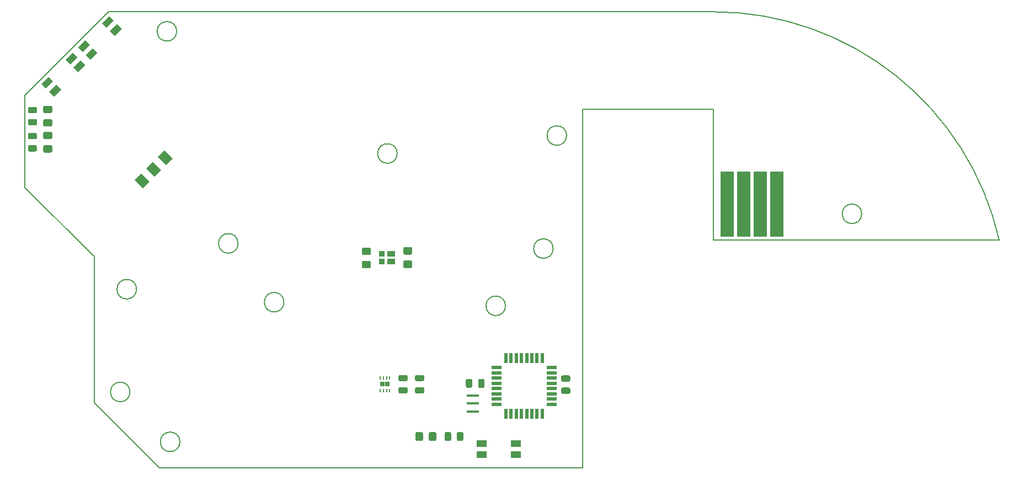
<source format=gbr>
%TF.GenerationSoftware,KiCad,Pcbnew,5.1.7+dfsg1-1~bpo10+1*%
%TF.CreationDate,2020-11-15T21:32:18+00:00*%
%TF.ProjectId,mobo,6d6f626f-2e6b-4696-9361-645f70636258,rev?*%
%TF.SameCoordinates,Original*%
%TF.FileFunction,Paste,Top*%
%TF.FilePolarity,Positive*%
%FSLAX45Y45*%
G04 Gerber Fmt 4.5, Leading zero omitted, Abs format (unit mm)*
G04 Created by KiCad (PCBNEW 5.1.7+dfsg1-1~bpo10+1) date 2020-11-15 21:32:18*
%MOMM*%
%LPD*%
G01*
G04 APERTURE LIST*
%TA.AperFunction,Profile*%
%ADD10C,0.200000*%
%TD*%
%ADD11C,0.150000*%
%ADD12R,1.600000X0.550000*%
%ADD13R,0.550000X1.600000*%
%ADD14R,0.950000X0.970000*%
%ADD15R,1.150000X0.970000*%
%ADD16R,0.950000X0.850000*%
%ADD17R,1.150000X0.850000*%
%ADD18R,1.900000X0.400000*%
%ADD19R,2.000000X10.000000*%
%ADD20R,0.250000X0.500000*%
%ADD21R,0.650000X0.750000*%
%ADD22R,1.550000X1.000000*%
G04 APERTURE END LIST*
D10*
X10078686Y-16898000D02*
G75*
G03*
X10078686Y-16898000I-150000J0D01*
G01*
X9313000Y-16132314D02*
G75*
G03*
X9313000Y-16132314I-150000J0D01*
G01*
X18263000Y-11798000D02*
X16263000Y-11798000D01*
X18263000Y-13798000D02*
X18263000Y-11798000D01*
X10029424Y-10598000D02*
G75*
G03*
X10029424Y-10598000I-150000J0D01*
G01*
X20541427Y-13398000D02*
G75*
G03*
X20541427Y-13398000I-150000J0D01*
G01*
X8984826Y-10298000D02*
X18263000Y-10298000D01*
X7702340Y-11580485D02*
X8984826Y-10298000D01*
X10972211Y-13852451D02*
G75*
G03*
X10972211Y-13852451I-150000J0D01*
G01*
X15074964Y-14810514D02*
G75*
G03*
X15074964Y-14810514I-150000J0D01*
G01*
X11675420Y-14754866D02*
G75*
G03*
X11675420Y-14754866I-150000J0D01*
G01*
X16263000Y-17298000D02*
X9763000Y-17298000D01*
X16263000Y-11798000D02*
X16263000Y-17298000D01*
X13413000Y-12473000D02*
G75*
G03*
X13413000Y-12473000I-150000J0D01*
G01*
X9413000Y-14555359D02*
G75*
G03*
X9413000Y-14555359I-150000J0D01*
G01*
X7702340Y-12994699D02*
X7702340Y-11580485D01*
X8763000Y-14055359D02*
X7702340Y-12994699D01*
X15807333Y-13931598D02*
G75*
G03*
X15807333Y-13931598I-150000J0D01*
G01*
X8763000Y-16298000D02*
X8763000Y-14055359D01*
X9763000Y-17298000D02*
X8763000Y-16298000D01*
X22650482Y-13798000D02*
X18263000Y-13798000D01*
X18263000Y-10298000D02*
G75*
G02*
X22650482Y-13798000I0J-4500000D01*
G01*
X16013000Y-12198000D02*
G75*
G03*
X16013000Y-12198000I-150000J0D01*
G01*
G36*
G01*
X16045625Y-16162500D02*
X15954375Y-16162500D01*
G75*
G02*
X15930000Y-16138125I0J24375D01*
G01*
X15930000Y-16089375D01*
G75*
G02*
X15954375Y-16065000I24375J0D01*
G01*
X16045625Y-16065000D01*
G75*
G02*
X16070000Y-16089375I0J-24375D01*
G01*
X16070000Y-16138125D01*
G75*
G02*
X16045625Y-16162500I-24375J0D01*
G01*
G37*
G36*
G01*
X16045625Y-15975000D02*
X15954375Y-15975000D01*
G75*
G02*
X15930000Y-15950625I0J24375D01*
G01*
X15930000Y-15901875D01*
G75*
G02*
X15954375Y-15877500I24375J0D01*
G01*
X16045625Y-15877500D01*
G75*
G02*
X16070000Y-15901875I0J-24375D01*
G01*
X16070000Y-15950625D01*
G75*
G02*
X16045625Y-15975000I-24375J0D01*
G01*
G37*
D11*
G36*
X8555165Y-11044332D02*
G01*
X8625876Y-11115043D01*
X8516274Y-11224645D01*
X8445564Y-11153934D01*
X8555165Y-11044332D01*
G37*
G36*
X8183934Y-11415563D02*
G01*
X8254645Y-11486274D01*
X8145043Y-11595876D01*
X8074332Y-11525165D01*
X8183934Y-11415563D01*
G37*
G36*
X8063726Y-11295355D02*
G01*
X8134436Y-11366066D01*
X8024835Y-11475668D01*
X7954124Y-11404957D01*
X8063726Y-11295355D01*
G37*
G36*
X8434957Y-10924124D02*
G01*
X8505668Y-10994835D01*
X8396066Y-11104437D01*
X8325355Y-11033726D01*
X8434957Y-10924124D01*
G37*
G36*
G01*
X14565000Y-15954375D02*
X14565000Y-16045625D01*
G75*
G02*
X14540625Y-16070000I-24375J0D01*
G01*
X14491875Y-16070000D01*
G75*
G02*
X14467500Y-16045625I0J24375D01*
G01*
X14467500Y-15954375D01*
G75*
G02*
X14491875Y-15930000I24375J0D01*
G01*
X14540625Y-15930000D01*
G75*
G02*
X14565000Y-15954375I0J-24375D01*
G01*
G37*
G36*
G01*
X14752500Y-15954375D02*
X14752500Y-16045625D01*
G75*
G02*
X14728125Y-16070000I-24375J0D01*
G01*
X14679375Y-16070000D01*
G75*
G02*
X14655000Y-16045625I0J24375D01*
G01*
X14655000Y-15954375D01*
G75*
G02*
X14679375Y-15930000I24375J0D01*
G01*
X14728125Y-15930000D01*
G75*
G02*
X14752500Y-15954375I0J-24375D01*
G01*
G37*
G36*
G01*
X14330500Y-16861425D02*
X14330500Y-16770175D01*
G75*
G02*
X14354875Y-16745800I24375J0D01*
G01*
X14403625Y-16745800D01*
G75*
G02*
X14428000Y-16770175I0J-24375D01*
G01*
X14428000Y-16861425D01*
G75*
G02*
X14403625Y-16885800I-24375J0D01*
G01*
X14354875Y-16885800D01*
G75*
G02*
X14330500Y-16861425I0J24375D01*
G01*
G37*
G36*
G01*
X14143000Y-16861425D02*
X14143000Y-16770175D01*
G75*
G02*
X14167375Y-16745800I24375J0D01*
G01*
X14216125Y-16745800D01*
G75*
G02*
X14240500Y-16770175I0J-24375D01*
G01*
X14240500Y-16861425D01*
G75*
G02*
X14216125Y-16885800I-24375J0D01*
G01*
X14167375Y-16885800D01*
G75*
G02*
X14143000Y-16861425I0J24375D01*
G01*
G37*
G36*
G01*
X7863124Y-12042500D02*
X7771874Y-12042500D01*
G75*
G02*
X7747499Y-12018125I0J24375D01*
G01*
X7747499Y-11969375D01*
G75*
G02*
X7771874Y-11945000I24375J0D01*
G01*
X7863124Y-11945000D01*
G75*
G02*
X7887499Y-11969375I0J-24375D01*
G01*
X7887499Y-12018125D01*
G75*
G02*
X7863124Y-12042500I-24375J0D01*
G01*
G37*
G36*
G01*
X7863124Y-11855000D02*
X7771874Y-11855000D01*
G75*
G02*
X7747499Y-11830625I0J24375D01*
G01*
X7747499Y-11781875D01*
G75*
G02*
X7771874Y-11757500I24375J0D01*
G01*
X7863124Y-11757500D01*
G75*
G02*
X7887499Y-11781875I0J-24375D01*
G01*
X7887499Y-11830625D01*
G75*
G02*
X7863124Y-11855000I-24375J0D01*
G01*
G37*
G36*
G01*
X7861328Y-12255000D02*
X7770078Y-12255000D01*
G75*
G02*
X7745703Y-12230625I0J24375D01*
G01*
X7745703Y-12181875D01*
G75*
G02*
X7770078Y-12157500I24375J0D01*
G01*
X7861328Y-12157500D01*
G75*
G02*
X7885703Y-12181875I0J-24375D01*
G01*
X7885703Y-12230625D01*
G75*
G02*
X7861328Y-12255000I-24375J0D01*
G01*
G37*
G36*
G01*
X7861328Y-12442500D02*
X7770078Y-12442500D01*
G75*
G02*
X7745703Y-12418125I0J24375D01*
G01*
X7745703Y-12369375D01*
G75*
G02*
X7770078Y-12345000I24375J0D01*
G01*
X7861328Y-12345000D01*
G75*
G02*
X7885703Y-12369375I0J-24375D01*
G01*
X7885703Y-12418125D01*
G75*
G02*
X7861328Y-12442500I-24375J0D01*
G01*
G37*
G36*
G01*
X8095000Y-12060000D02*
X8005000Y-12060000D01*
G75*
G02*
X7980000Y-12035000I0J25000D01*
G01*
X7980000Y-11970000D01*
G75*
G02*
X8005000Y-11945000I25000J0D01*
G01*
X8095000Y-11945000D01*
G75*
G02*
X8120000Y-11970000I0J-25000D01*
G01*
X8120000Y-12035000D01*
G75*
G02*
X8095000Y-12060000I-25000J0D01*
G01*
G37*
G36*
G01*
X8095000Y-11855000D02*
X8005000Y-11855000D01*
G75*
G02*
X7980000Y-11830000I0J25000D01*
G01*
X7980000Y-11765000D01*
G75*
G02*
X8005000Y-11740000I25000J0D01*
G01*
X8095000Y-11740000D01*
G75*
G02*
X8120000Y-11765000I0J-25000D01*
G01*
X8120000Y-11830000D01*
G75*
G02*
X8095000Y-11855000I-25000J0D01*
G01*
G37*
G36*
G01*
X8095985Y-12255000D02*
X8005985Y-12255000D01*
G75*
G02*
X7980985Y-12230000I0J25000D01*
G01*
X7980985Y-12165000D01*
G75*
G02*
X8005985Y-12140000I25000J0D01*
G01*
X8095985Y-12140000D01*
G75*
G02*
X8120985Y-12165000I0J-25000D01*
G01*
X8120985Y-12230000D01*
G75*
G02*
X8095985Y-12255000I-25000J0D01*
G01*
G37*
G36*
G01*
X8095985Y-12460000D02*
X8005985Y-12460000D01*
G75*
G02*
X7980985Y-12435000I0J25000D01*
G01*
X7980985Y-12370000D01*
G75*
G02*
X8005985Y-12345000I25000J0D01*
G01*
X8095985Y-12345000D01*
G75*
G02*
X8120985Y-12370000I0J-25000D01*
G01*
X8120985Y-12435000D01*
G75*
G02*
X8095985Y-12460000I-25000J0D01*
G01*
G37*
G36*
G01*
X12895000Y-13915000D02*
X12985000Y-13915000D01*
G75*
G02*
X13010000Y-13940000I0J-25000D01*
G01*
X13010000Y-14005000D01*
G75*
G02*
X12985000Y-14030000I-25000J0D01*
G01*
X12895000Y-14030000D01*
G75*
G02*
X12870000Y-14005000I0J25000D01*
G01*
X12870000Y-13940000D01*
G75*
G02*
X12895000Y-13915000I25000J0D01*
G01*
G37*
G36*
G01*
X12895000Y-14120000D02*
X12985000Y-14120000D01*
G75*
G02*
X13010000Y-14145000I0J-25000D01*
G01*
X13010000Y-14210000D01*
G75*
G02*
X12985000Y-14235000I-25000J0D01*
G01*
X12895000Y-14235000D01*
G75*
G02*
X12870000Y-14210000I0J25000D01*
G01*
X12870000Y-14145000D01*
G75*
G02*
X12895000Y-14120000I25000J0D01*
G01*
G37*
G36*
G01*
X13620000Y-14230000D02*
X13530000Y-14230000D01*
G75*
G02*
X13505000Y-14205000I0J25000D01*
G01*
X13505000Y-14140000D01*
G75*
G02*
X13530000Y-14115000I25000J0D01*
G01*
X13620000Y-14115000D01*
G75*
G02*
X13645000Y-14140000I0J-25000D01*
G01*
X13645000Y-14205000D01*
G75*
G02*
X13620000Y-14230000I-25000J0D01*
G01*
G37*
G36*
G01*
X13620000Y-14025000D02*
X13530000Y-14025000D01*
G75*
G02*
X13505000Y-14000000I0J25000D01*
G01*
X13505000Y-13935000D01*
G75*
G02*
X13530000Y-13910000I25000J0D01*
G01*
X13620000Y-13910000D01*
G75*
G02*
X13645000Y-13935000I0J-25000D01*
G01*
X13645000Y-14000000D01*
G75*
G02*
X13620000Y-14025000I-25000J0D01*
G01*
G37*
G36*
G01*
X14013700Y-16770800D02*
X14013700Y-16860800D01*
G75*
G02*
X13988700Y-16885800I-25000J0D01*
G01*
X13923700Y-16885800D01*
G75*
G02*
X13898700Y-16860800I0J25000D01*
G01*
X13898700Y-16770800D01*
G75*
G02*
X13923700Y-16745800I25000J0D01*
G01*
X13988700Y-16745800D01*
G75*
G02*
X14013700Y-16770800I0J-25000D01*
G01*
G37*
G36*
G01*
X13808700Y-16770800D02*
X13808700Y-16860800D01*
G75*
G02*
X13783700Y-16885800I-25000J0D01*
G01*
X13718700Y-16885800D01*
G75*
G02*
X13693700Y-16860800I0J25000D01*
G01*
X13693700Y-16770800D01*
G75*
G02*
X13718700Y-16745800I25000J0D01*
G01*
X13783700Y-16745800D01*
G75*
G02*
X13808700Y-16770800I0J-25000D01*
G01*
G37*
D12*
X14935000Y-15760000D03*
X14935000Y-15840000D03*
X14935000Y-15920000D03*
X14935000Y-16000000D03*
X14935000Y-16080000D03*
X14935000Y-16160000D03*
X14935000Y-16240000D03*
X14935000Y-16320000D03*
D13*
X15080000Y-16465000D03*
X15160000Y-16465000D03*
X15240000Y-16465000D03*
X15320000Y-16465000D03*
X15400000Y-16465000D03*
X15480000Y-16465000D03*
X15560000Y-16465000D03*
X15640000Y-16465000D03*
D12*
X15785000Y-16320000D03*
X15785000Y-16240000D03*
X15785000Y-16160000D03*
X15785000Y-16080000D03*
X15785000Y-16000000D03*
X15785000Y-15920000D03*
X15785000Y-15840000D03*
X15785000Y-15760000D03*
D13*
X15640000Y-15615000D03*
X15560000Y-15615000D03*
X15480000Y-15615000D03*
X15400000Y-15615000D03*
X15320000Y-15615000D03*
X15240000Y-15615000D03*
X15160000Y-15615000D03*
X15080000Y-15615000D03*
D14*
X13180000Y-14132500D03*
D15*
X13320000Y-14132500D03*
D16*
X13180000Y-14012500D03*
D17*
X13320000Y-14012500D03*
D18*
X14573300Y-16429800D03*
X14573300Y-16309800D03*
X14573300Y-16189800D03*
D19*
X18478500Y-13250000D03*
X18732500Y-13250000D03*
X18986500Y-13250000D03*
X19240500Y-13250000D03*
D11*
G36*
X8994957Y-10364124D02*
G01*
X9065668Y-10434835D01*
X8956066Y-10544437D01*
X8885355Y-10473726D01*
X8994957Y-10364124D01*
G37*
G36*
X8623726Y-10735355D02*
G01*
X8694437Y-10806066D01*
X8584835Y-10915668D01*
X8514124Y-10844957D01*
X8623726Y-10735355D01*
G37*
G36*
X8743934Y-10855564D02*
G01*
X8814645Y-10926274D01*
X8705043Y-11035876D01*
X8634332Y-10965165D01*
X8743934Y-10855564D01*
G37*
G36*
X9115165Y-10484332D02*
G01*
X9185876Y-10555043D01*
X9076274Y-10664645D01*
X9005564Y-10593934D01*
X9115165Y-10484332D01*
G37*
G36*
G01*
X13803725Y-16156500D02*
X13712475Y-16156500D01*
G75*
G02*
X13688100Y-16132125I0J24375D01*
G01*
X13688100Y-16083375D01*
G75*
G02*
X13712475Y-16059000I24375J0D01*
G01*
X13803725Y-16059000D01*
G75*
G02*
X13828100Y-16083375I0J-24375D01*
G01*
X13828100Y-16132125D01*
G75*
G02*
X13803725Y-16156500I-24375J0D01*
G01*
G37*
G36*
G01*
X13803725Y-15969000D02*
X13712475Y-15969000D01*
G75*
G02*
X13688100Y-15944625I0J24375D01*
G01*
X13688100Y-15895875D01*
G75*
G02*
X13712475Y-15871500I24375J0D01*
G01*
X13803725Y-15871500D01*
G75*
G02*
X13828100Y-15895875I0J-24375D01*
G01*
X13828100Y-15944625D01*
G75*
G02*
X13803725Y-15969000I-24375J0D01*
G01*
G37*
G36*
G01*
X13458475Y-16059000D02*
X13549725Y-16059000D01*
G75*
G02*
X13574100Y-16083375I0J-24375D01*
G01*
X13574100Y-16132125D01*
G75*
G02*
X13549725Y-16156500I-24375J0D01*
G01*
X13458475Y-16156500D01*
G75*
G02*
X13434100Y-16132125I0J24375D01*
G01*
X13434100Y-16083375D01*
G75*
G02*
X13458475Y-16059000I24375J0D01*
G01*
G37*
G36*
G01*
X13458475Y-15871500D02*
X13549725Y-15871500D01*
G75*
G02*
X13574100Y-15895875I0J-24375D01*
G01*
X13574100Y-15944625D01*
G75*
G02*
X13549725Y-15969000I-24375J0D01*
G01*
X13458475Y-15969000D01*
G75*
G02*
X13434100Y-15944625I0J24375D01*
G01*
X13434100Y-15895875D01*
G75*
G02*
X13458475Y-15871500I24375J0D01*
G01*
G37*
D20*
X13199700Y-15919000D03*
X13249700Y-16109000D03*
X13299700Y-16109000D03*
X13299700Y-15919000D03*
X13249700Y-15919000D03*
X13149700Y-15919000D03*
X13149700Y-16109000D03*
X13199700Y-16109000D03*
D21*
X13184700Y-16014000D03*
X13264700Y-16014000D03*
D22*
X14707500Y-16925000D03*
X15232500Y-16925000D03*
X15232500Y-17095000D03*
X14707500Y-17095000D03*
D11*
G36*
X9864160Y-12653119D02*
G01*
X9736881Y-12525840D01*
X9842947Y-12419774D01*
X9970226Y-12547053D01*
X9864160Y-12653119D01*
G37*
G36*
X9510607Y-13006673D02*
G01*
X9383327Y-12879393D01*
X9489393Y-12773327D01*
X9616673Y-12900607D01*
X9510607Y-13006673D01*
G37*
G36*
X9687383Y-12829896D02*
G01*
X9560104Y-12702617D01*
X9666170Y-12596551D01*
X9793449Y-12723830D01*
X9687383Y-12829896D01*
G37*
M02*

</source>
